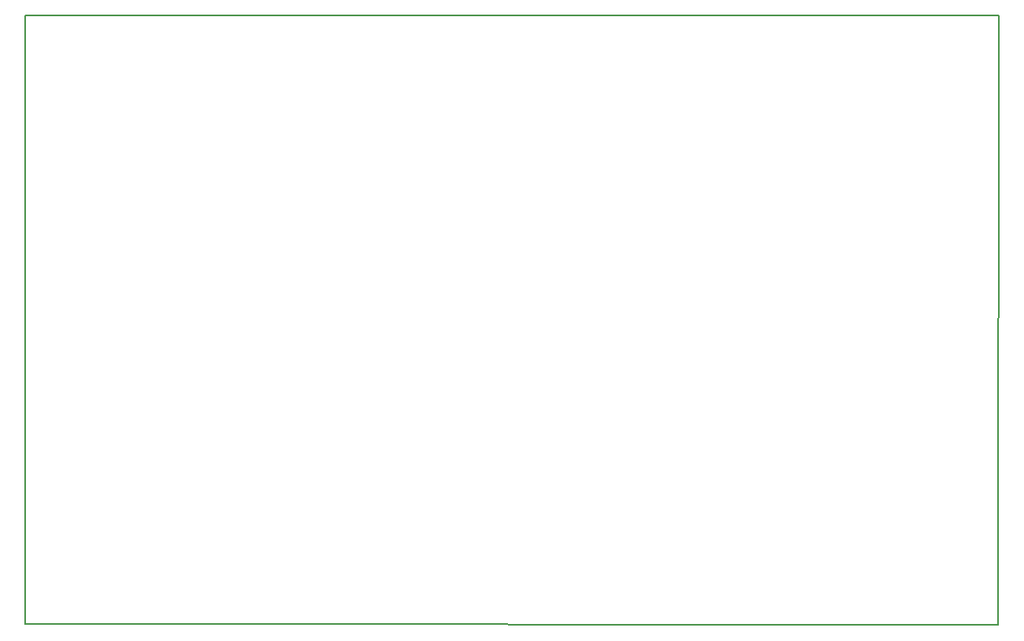
<source format=gbr>
G04 DipTrace 2.3.0.3*
%INBoardOutline.gbr*%
%MOIN*%
%ADD11C,0.0055*%
%FSLAX44Y44*%
G04*
G70*
G90*
G75*
G01*
%LNBoardOutline*%
%LPD*%
X3940Y28976D2*
D11*
Y3976D1*
X43918Y3940D1*
X43940Y28976D1*
X3940D1*
M02*

</source>
